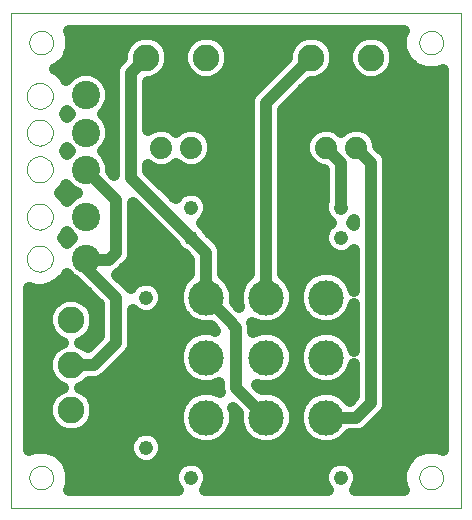
<source format=gtl>
G75*
G70*
%OFA0B0*%
%FSLAX24Y24*%
%IPPOS*%
%LPD*%
%AMOC8*
5,1,8,0,0,1.08239X$1,22.5*
%
%ADD10C,0.0000*%
%ADD11C,0.1181*%
%ADD12C,0.0886*%
%ADD13C,0.0945*%
%ADD14C,0.0740*%
%ADD15C,0.0476*%
%ADD16C,0.0400*%
D10*
X000302Y000302D02*
X000302Y016802D01*
X015302Y016802D01*
X015294Y000302D01*
X000302Y000302D01*
X000908Y001302D02*
X000910Y001341D01*
X000916Y001380D01*
X000926Y001418D01*
X000939Y001455D01*
X000956Y001490D01*
X000976Y001524D01*
X001000Y001555D01*
X001027Y001584D01*
X001056Y001610D01*
X001088Y001633D01*
X001122Y001653D01*
X001158Y001669D01*
X001195Y001681D01*
X001234Y001690D01*
X001273Y001695D01*
X001312Y001696D01*
X001351Y001693D01*
X001390Y001686D01*
X001427Y001675D01*
X001464Y001661D01*
X001499Y001643D01*
X001532Y001622D01*
X001563Y001597D01*
X001591Y001570D01*
X001616Y001540D01*
X001638Y001507D01*
X001657Y001473D01*
X001672Y001437D01*
X001684Y001399D01*
X001692Y001361D01*
X001696Y001322D01*
X001696Y001282D01*
X001692Y001243D01*
X001684Y001205D01*
X001672Y001167D01*
X001657Y001131D01*
X001638Y001097D01*
X001616Y001064D01*
X001591Y001034D01*
X001563Y001007D01*
X001532Y000982D01*
X001499Y000961D01*
X001464Y000943D01*
X001427Y000929D01*
X001390Y000918D01*
X001351Y000911D01*
X001312Y000908D01*
X001273Y000909D01*
X001234Y000914D01*
X001195Y000923D01*
X001158Y000935D01*
X001122Y000951D01*
X001088Y000971D01*
X001056Y000994D01*
X001027Y001020D01*
X001000Y001049D01*
X000976Y001080D01*
X000956Y001114D01*
X000939Y001149D01*
X000926Y001186D01*
X000916Y001224D01*
X000910Y001263D01*
X000908Y001302D01*
X000819Y008602D02*
X000821Y008643D01*
X000827Y008684D01*
X000837Y008724D01*
X000850Y008763D01*
X000867Y008800D01*
X000888Y008836D01*
X000912Y008870D01*
X000939Y008901D01*
X000968Y008929D01*
X001001Y008955D01*
X001035Y008977D01*
X001072Y008996D01*
X001110Y009011D01*
X001150Y009023D01*
X001190Y009031D01*
X001231Y009035D01*
X001273Y009035D01*
X001314Y009031D01*
X001354Y009023D01*
X001394Y009011D01*
X001432Y008996D01*
X001468Y008977D01*
X001503Y008955D01*
X001536Y008929D01*
X001565Y008901D01*
X001592Y008870D01*
X001616Y008836D01*
X001637Y008800D01*
X001654Y008763D01*
X001667Y008724D01*
X001677Y008684D01*
X001683Y008643D01*
X001685Y008602D01*
X001683Y008561D01*
X001677Y008520D01*
X001667Y008480D01*
X001654Y008441D01*
X001637Y008404D01*
X001616Y008368D01*
X001592Y008334D01*
X001565Y008303D01*
X001536Y008275D01*
X001503Y008249D01*
X001469Y008227D01*
X001432Y008208D01*
X001394Y008193D01*
X001354Y008181D01*
X001314Y008173D01*
X001273Y008169D01*
X001231Y008169D01*
X001190Y008173D01*
X001150Y008181D01*
X001110Y008193D01*
X001072Y008208D01*
X001036Y008227D01*
X001001Y008249D01*
X000968Y008275D01*
X000939Y008303D01*
X000912Y008334D01*
X000888Y008368D01*
X000867Y008404D01*
X000850Y008441D01*
X000837Y008480D01*
X000827Y008520D01*
X000821Y008561D01*
X000819Y008602D01*
X000819Y010002D02*
X000821Y010043D01*
X000827Y010084D01*
X000837Y010124D01*
X000850Y010163D01*
X000867Y010200D01*
X000888Y010236D01*
X000912Y010270D01*
X000939Y010301D01*
X000968Y010329D01*
X001001Y010355D01*
X001035Y010377D01*
X001072Y010396D01*
X001110Y010411D01*
X001150Y010423D01*
X001190Y010431D01*
X001231Y010435D01*
X001273Y010435D01*
X001314Y010431D01*
X001354Y010423D01*
X001394Y010411D01*
X001432Y010396D01*
X001468Y010377D01*
X001503Y010355D01*
X001536Y010329D01*
X001565Y010301D01*
X001592Y010270D01*
X001616Y010236D01*
X001637Y010200D01*
X001654Y010163D01*
X001667Y010124D01*
X001677Y010084D01*
X001683Y010043D01*
X001685Y010002D01*
X001683Y009961D01*
X001677Y009920D01*
X001667Y009880D01*
X001654Y009841D01*
X001637Y009804D01*
X001616Y009768D01*
X001592Y009734D01*
X001565Y009703D01*
X001536Y009675D01*
X001503Y009649D01*
X001469Y009627D01*
X001432Y009608D01*
X001394Y009593D01*
X001354Y009581D01*
X001314Y009573D01*
X001273Y009569D01*
X001231Y009569D01*
X001190Y009573D01*
X001150Y009581D01*
X001110Y009593D01*
X001072Y009608D01*
X001036Y009627D01*
X001001Y009649D01*
X000968Y009675D01*
X000939Y009703D01*
X000912Y009734D01*
X000888Y009768D01*
X000867Y009804D01*
X000850Y009841D01*
X000837Y009880D01*
X000827Y009920D01*
X000821Y009961D01*
X000819Y010002D01*
X000819Y011577D02*
X000821Y011618D01*
X000827Y011659D01*
X000837Y011699D01*
X000850Y011738D01*
X000867Y011775D01*
X000888Y011811D01*
X000912Y011845D01*
X000939Y011876D01*
X000968Y011904D01*
X001001Y011930D01*
X001035Y011952D01*
X001072Y011971D01*
X001110Y011986D01*
X001150Y011998D01*
X001190Y012006D01*
X001231Y012010D01*
X001273Y012010D01*
X001314Y012006D01*
X001354Y011998D01*
X001394Y011986D01*
X001432Y011971D01*
X001468Y011952D01*
X001503Y011930D01*
X001536Y011904D01*
X001565Y011876D01*
X001592Y011845D01*
X001616Y011811D01*
X001637Y011775D01*
X001654Y011738D01*
X001667Y011699D01*
X001677Y011659D01*
X001683Y011618D01*
X001685Y011577D01*
X001683Y011536D01*
X001677Y011495D01*
X001667Y011455D01*
X001654Y011416D01*
X001637Y011379D01*
X001616Y011343D01*
X001592Y011309D01*
X001565Y011278D01*
X001536Y011250D01*
X001503Y011224D01*
X001469Y011202D01*
X001432Y011183D01*
X001394Y011168D01*
X001354Y011156D01*
X001314Y011148D01*
X001273Y011144D01*
X001231Y011144D01*
X001190Y011148D01*
X001150Y011156D01*
X001110Y011168D01*
X001072Y011183D01*
X001036Y011202D01*
X001001Y011224D01*
X000968Y011250D01*
X000939Y011278D01*
X000912Y011309D01*
X000888Y011343D01*
X000867Y011379D01*
X000850Y011416D01*
X000837Y011455D01*
X000827Y011495D01*
X000821Y011536D01*
X000819Y011577D01*
X000819Y012802D02*
X000821Y012843D01*
X000827Y012884D01*
X000837Y012924D01*
X000850Y012963D01*
X000867Y013000D01*
X000888Y013036D01*
X000912Y013070D01*
X000939Y013101D01*
X000968Y013129D01*
X001001Y013155D01*
X001035Y013177D01*
X001072Y013196D01*
X001110Y013211D01*
X001150Y013223D01*
X001190Y013231D01*
X001231Y013235D01*
X001273Y013235D01*
X001314Y013231D01*
X001354Y013223D01*
X001394Y013211D01*
X001432Y013196D01*
X001468Y013177D01*
X001503Y013155D01*
X001536Y013129D01*
X001565Y013101D01*
X001592Y013070D01*
X001616Y013036D01*
X001637Y013000D01*
X001654Y012963D01*
X001667Y012924D01*
X001677Y012884D01*
X001683Y012843D01*
X001685Y012802D01*
X001683Y012761D01*
X001677Y012720D01*
X001667Y012680D01*
X001654Y012641D01*
X001637Y012604D01*
X001616Y012568D01*
X001592Y012534D01*
X001565Y012503D01*
X001536Y012475D01*
X001503Y012449D01*
X001469Y012427D01*
X001432Y012408D01*
X001394Y012393D01*
X001354Y012381D01*
X001314Y012373D01*
X001273Y012369D01*
X001231Y012369D01*
X001190Y012373D01*
X001150Y012381D01*
X001110Y012393D01*
X001072Y012408D01*
X001036Y012427D01*
X001001Y012449D01*
X000968Y012475D01*
X000939Y012503D01*
X000912Y012534D01*
X000888Y012568D01*
X000867Y012604D01*
X000850Y012641D01*
X000837Y012680D01*
X000827Y012720D01*
X000821Y012761D01*
X000819Y012802D01*
X000819Y014027D02*
X000821Y014068D01*
X000827Y014109D01*
X000837Y014149D01*
X000850Y014188D01*
X000867Y014225D01*
X000888Y014261D01*
X000912Y014295D01*
X000939Y014326D01*
X000968Y014354D01*
X001001Y014380D01*
X001035Y014402D01*
X001072Y014421D01*
X001110Y014436D01*
X001150Y014448D01*
X001190Y014456D01*
X001231Y014460D01*
X001273Y014460D01*
X001314Y014456D01*
X001354Y014448D01*
X001394Y014436D01*
X001432Y014421D01*
X001468Y014402D01*
X001503Y014380D01*
X001536Y014354D01*
X001565Y014326D01*
X001592Y014295D01*
X001616Y014261D01*
X001637Y014225D01*
X001654Y014188D01*
X001667Y014149D01*
X001677Y014109D01*
X001683Y014068D01*
X001685Y014027D01*
X001683Y013986D01*
X001677Y013945D01*
X001667Y013905D01*
X001654Y013866D01*
X001637Y013829D01*
X001616Y013793D01*
X001592Y013759D01*
X001565Y013728D01*
X001536Y013700D01*
X001503Y013674D01*
X001469Y013652D01*
X001432Y013633D01*
X001394Y013618D01*
X001354Y013606D01*
X001314Y013598D01*
X001273Y013594D01*
X001231Y013594D01*
X001190Y013598D01*
X001150Y013606D01*
X001110Y013618D01*
X001072Y013633D01*
X001036Y013652D01*
X001001Y013674D01*
X000968Y013700D01*
X000939Y013728D01*
X000912Y013759D01*
X000888Y013793D01*
X000867Y013829D01*
X000850Y013866D01*
X000837Y013905D01*
X000827Y013945D01*
X000821Y013986D01*
X000819Y014027D01*
X000908Y015802D02*
X000910Y015841D01*
X000916Y015880D01*
X000926Y015918D01*
X000939Y015955D01*
X000956Y015990D01*
X000976Y016024D01*
X001000Y016055D01*
X001027Y016084D01*
X001056Y016110D01*
X001088Y016133D01*
X001122Y016153D01*
X001158Y016169D01*
X001195Y016181D01*
X001234Y016190D01*
X001273Y016195D01*
X001312Y016196D01*
X001351Y016193D01*
X001390Y016186D01*
X001427Y016175D01*
X001464Y016161D01*
X001499Y016143D01*
X001532Y016122D01*
X001563Y016097D01*
X001591Y016070D01*
X001616Y016040D01*
X001638Y016007D01*
X001657Y015973D01*
X001672Y015937D01*
X001684Y015899D01*
X001692Y015861D01*
X001696Y015822D01*
X001696Y015782D01*
X001692Y015743D01*
X001684Y015705D01*
X001672Y015667D01*
X001657Y015631D01*
X001638Y015597D01*
X001616Y015564D01*
X001591Y015534D01*
X001563Y015507D01*
X001532Y015482D01*
X001499Y015461D01*
X001464Y015443D01*
X001427Y015429D01*
X001390Y015418D01*
X001351Y015411D01*
X001312Y015408D01*
X001273Y015409D01*
X001234Y015414D01*
X001195Y015423D01*
X001158Y015435D01*
X001122Y015451D01*
X001088Y015471D01*
X001056Y015494D01*
X001027Y015520D01*
X001000Y015549D01*
X000976Y015580D01*
X000956Y015614D01*
X000939Y015649D01*
X000926Y015686D01*
X000916Y015724D01*
X000910Y015763D01*
X000908Y015802D01*
X013908Y015802D02*
X013910Y015841D01*
X013916Y015880D01*
X013926Y015918D01*
X013939Y015955D01*
X013956Y015990D01*
X013976Y016024D01*
X014000Y016055D01*
X014027Y016084D01*
X014056Y016110D01*
X014088Y016133D01*
X014122Y016153D01*
X014158Y016169D01*
X014195Y016181D01*
X014234Y016190D01*
X014273Y016195D01*
X014312Y016196D01*
X014351Y016193D01*
X014390Y016186D01*
X014427Y016175D01*
X014464Y016161D01*
X014499Y016143D01*
X014532Y016122D01*
X014563Y016097D01*
X014591Y016070D01*
X014616Y016040D01*
X014638Y016007D01*
X014657Y015973D01*
X014672Y015937D01*
X014684Y015899D01*
X014692Y015861D01*
X014696Y015822D01*
X014696Y015782D01*
X014692Y015743D01*
X014684Y015705D01*
X014672Y015667D01*
X014657Y015631D01*
X014638Y015597D01*
X014616Y015564D01*
X014591Y015534D01*
X014563Y015507D01*
X014532Y015482D01*
X014499Y015461D01*
X014464Y015443D01*
X014427Y015429D01*
X014390Y015418D01*
X014351Y015411D01*
X014312Y015408D01*
X014273Y015409D01*
X014234Y015414D01*
X014195Y015423D01*
X014158Y015435D01*
X014122Y015451D01*
X014088Y015471D01*
X014056Y015494D01*
X014027Y015520D01*
X014000Y015549D01*
X013976Y015580D01*
X013956Y015614D01*
X013939Y015649D01*
X013926Y015686D01*
X013916Y015724D01*
X013910Y015763D01*
X013908Y015802D01*
X013908Y001302D02*
X013910Y001341D01*
X013916Y001380D01*
X013926Y001418D01*
X013939Y001455D01*
X013956Y001490D01*
X013976Y001524D01*
X014000Y001555D01*
X014027Y001584D01*
X014056Y001610D01*
X014088Y001633D01*
X014122Y001653D01*
X014158Y001669D01*
X014195Y001681D01*
X014234Y001690D01*
X014273Y001695D01*
X014312Y001696D01*
X014351Y001693D01*
X014390Y001686D01*
X014427Y001675D01*
X014464Y001661D01*
X014499Y001643D01*
X014532Y001622D01*
X014563Y001597D01*
X014591Y001570D01*
X014616Y001540D01*
X014638Y001507D01*
X014657Y001473D01*
X014672Y001437D01*
X014684Y001399D01*
X014692Y001361D01*
X014696Y001322D01*
X014696Y001282D01*
X014692Y001243D01*
X014684Y001205D01*
X014672Y001167D01*
X014657Y001131D01*
X014638Y001097D01*
X014616Y001064D01*
X014591Y001034D01*
X014563Y001007D01*
X014532Y000982D01*
X014499Y000961D01*
X014464Y000943D01*
X014427Y000929D01*
X014390Y000918D01*
X014351Y000911D01*
X014312Y000908D01*
X014273Y000909D01*
X014234Y000914D01*
X014195Y000923D01*
X014158Y000935D01*
X014122Y000951D01*
X014088Y000971D01*
X014056Y000994D01*
X014027Y001020D01*
X014000Y001049D01*
X013976Y001080D01*
X013956Y001114D01*
X013939Y001149D01*
X013926Y001186D01*
X013916Y001224D01*
X013910Y001263D01*
X013908Y001302D01*
D11*
X010802Y003302D03*
X010802Y005302D03*
X010802Y007302D03*
X008802Y007302D03*
X008802Y005302D03*
X008802Y003302D03*
X006802Y003302D03*
X006802Y005302D03*
X006802Y007302D03*
D12*
X002302Y006552D03*
X002302Y005052D03*
X002302Y003552D03*
X004802Y015302D03*
X006802Y015302D03*
X010302Y015302D03*
X012302Y015302D03*
D13*
X002802Y014052D03*
X002802Y012802D03*
X002802Y011552D03*
X002802Y010002D03*
X002802Y008602D03*
D14*
X005302Y012302D03*
X006302Y012302D03*
X010802Y012302D03*
X011802Y012302D03*
D15*
X011302Y010302D03*
X011302Y009302D03*
X006302Y009302D03*
X006302Y010302D03*
X004802Y007302D03*
X004802Y002302D03*
X006302Y001302D03*
X011302Y001302D03*
D16*
X010857Y000902D02*
X006748Y000902D01*
X006809Y000964D01*
X006900Y001183D01*
X006900Y001421D01*
X006809Y001641D01*
X006641Y001809D01*
X006421Y001900D01*
X006183Y001900D01*
X005964Y001809D01*
X005796Y001641D01*
X005705Y001421D01*
X005705Y001183D01*
X005796Y000964D01*
X005857Y000902D01*
X002212Y000902D01*
X002296Y001105D01*
X002296Y001500D01*
X002145Y001865D01*
X001865Y002145D01*
X001500Y002296D01*
X001105Y002296D01*
X000902Y002212D01*
X000902Y007627D01*
X001116Y007569D01*
X001388Y007569D01*
X001651Y007640D01*
X001887Y007776D01*
X002079Y007968D01*
X002145Y008082D01*
X002331Y007897D01*
X002476Y007836D01*
X003242Y007070D01*
X003242Y006034D01*
X003235Y006027D01*
X002849Y005641D01*
X002757Y005733D01*
X002590Y005802D01*
X002757Y005872D01*
X002983Y006098D01*
X003105Y006393D01*
X003105Y006712D01*
X002983Y007007D01*
X002757Y007233D01*
X002462Y007355D01*
X002143Y007355D01*
X001848Y007233D01*
X001622Y007007D01*
X001499Y006712D01*
X001499Y006393D01*
X001622Y006098D01*
X001848Y005872D01*
X002015Y005802D01*
X001848Y005733D01*
X001622Y005507D01*
X001499Y005212D01*
X001499Y004893D01*
X001622Y004598D01*
X001848Y004372D01*
X002015Y004302D01*
X001848Y004233D01*
X001622Y004007D01*
X001499Y003712D01*
X001499Y003393D01*
X001622Y003098D01*
X001848Y002872D01*
X002143Y002749D01*
X002462Y002749D01*
X002757Y002872D01*
X002983Y003098D01*
X003105Y003393D01*
X003105Y003712D01*
X002983Y004007D01*
X002757Y004233D01*
X002590Y004302D01*
X002757Y004372D01*
X002878Y004492D01*
X003164Y004492D01*
X003370Y004578D01*
X003527Y004735D01*
X004027Y005235D01*
X004277Y005485D01*
X004362Y005691D01*
X004362Y005914D01*
X004362Y006897D01*
X004464Y006796D01*
X004683Y006705D01*
X004464Y006796D01*
X004362Y006897D01*
X004362Y005914D01*
X004362Y005691D01*
X004277Y005485D01*
X004027Y005235D01*
X003527Y004735D01*
X003370Y004578D01*
X003164Y004492D01*
X002878Y004492D01*
X002757Y004372D01*
X002590Y004302D01*
X002757Y004233D01*
X002983Y004007D01*
X003105Y003712D01*
X003105Y003393D01*
X002983Y003098D01*
X002757Y002872D01*
X002462Y002749D01*
X002143Y002749D01*
X001848Y002872D01*
X001622Y003098D01*
X001499Y003393D01*
X001499Y003712D01*
X001622Y004007D01*
X001848Y004233D01*
X002015Y004302D01*
X001848Y004372D01*
X001622Y004598D01*
X001499Y004893D01*
X001499Y005212D01*
X001622Y005507D01*
X001848Y005733D01*
X002015Y005802D01*
X001848Y005872D01*
X001622Y006098D01*
X001499Y006393D01*
X001499Y006712D01*
X001622Y007007D01*
X001848Y007233D01*
X002143Y007355D01*
X002462Y007355D01*
X002757Y007233D01*
X002983Y007007D01*
X003105Y006712D01*
X003105Y006393D01*
X002983Y006098D01*
X002757Y005872D01*
X002590Y005802D01*
X002757Y005733D01*
X002849Y005641D01*
X003235Y006027D01*
X003242Y006034D01*
X003242Y007070D01*
X002476Y007836D01*
X002331Y007897D01*
X002145Y008082D01*
X002079Y007968D01*
X001887Y007776D01*
X001651Y007640D01*
X001388Y007569D01*
X001116Y007569D01*
X000902Y007627D01*
X000902Y002212D01*
X001105Y002296D01*
X001500Y002296D01*
X001865Y002145D01*
X002145Y001865D01*
X002296Y001500D01*
X002296Y001105D01*
X002212Y000902D01*
X005857Y000902D01*
X005796Y000964D01*
X005705Y001183D01*
X005705Y001421D01*
X005796Y001641D01*
X005964Y001809D01*
X006183Y001900D01*
X006421Y001900D01*
X006641Y001809D01*
X006809Y001641D01*
X006900Y001421D01*
X006900Y001183D01*
X006809Y000964D01*
X006748Y000902D01*
X010857Y000902D01*
X010796Y000964D01*
X010705Y001183D01*
X010705Y001421D01*
X010796Y001641D01*
X010964Y001809D01*
X011183Y001900D01*
X011421Y001900D01*
X011641Y001809D01*
X011809Y001641D01*
X011900Y001421D01*
X011900Y001183D01*
X011809Y000964D01*
X011748Y000902D01*
X013393Y000902D01*
X013309Y001105D01*
X013309Y001500D01*
X013460Y001865D01*
X013739Y002145D01*
X014105Y002296D01*
X014500Y002296D01*
X014695Y002215D01*
X014701Y014892D01*
X014500Y014809D01*
X014105Y014809D01*
X013739Y014960D01*
X013460Y015239D01*
X013309Y015605D01*
X013309Y016000D01*
X013393Y016202D01*
X002212Y016202D01*
X002296Y016000D01*
X002296Y015605D01*
X002145Y015239D01*
X001865Y014960D01*
X001771Y014921D01*
X001887Y014854D01*
X002079Y014662D01*
X002136Y014563D01*
X002331Y014758D01*
X002637Y014885D01*
X002968Y014885D01*
X003274Y014758D01*
X003508Y014524D01*
X003635Y014218D01*
X003635Y013887D01*
X003508Y013581D01*
X003355Y013427D01*
X003508Y013274D01*
X003635Y012968D01*
X003635Y012637D01*
X003508Y012331D01*
X003355Y012177D01*
X003508Y012024D01*
X003635Y011718D01*
X003635Y011512D01*
X003742Y011404D01*
X003742Y014691D01*
X003742Y014914D01*
X003828Y015120D01*
X003999Y015291D01*
X003999Y015462D01*
X004122Y015757D01*
X004348Y015983D01*
X004643Y016105D01*
X004962Y016105D01*
X005257Y015983D01*
X005483Y015757D01*
X005605Y015462D01*
X005605Y015143D01*
X005483Y014848D01*
X005257Y014622D01*
X004962Y014499D01*
X004862Y014499D01*
X004862Y012895D01*
X004889Y012921D01*
X005157Y013032D01*
X005448Y013032D01*
X005716Y012921D01*
X005802Y012835D01*
X005889Y012921D01*
X006157Y013032D01*
X006448Y013032D01*
X006716Y012921D01*
X006921Y012716D01*
X007032Y012448D01*
X007032Y012157D01*
X006921Y011889D01*
X006716Y011684D01*
X006448Y011572D01*
X006157Y011572D01*
X005889Y011684D01*
X005802Y011770D01*
X005716Y011684D01*
X005448Y011572D01*
X005157Y011572D01*
X004889Y011684D01*
X004862Y011710D01*
X004862Y011534D01*
X005784Y010613D01*
X005796Y010641D01*
X005964Y010809D01*
X006183Y010900D01*
X006421Y010900D01*
X006641Y010809D01*
X006809Y010641D01*
X006900Y010421D01*
X006900Y010183D01*
X006809Y009964D01*
X006648Y009802D01*
X006809Y009641D01*
X006847Y009550D01*
X007277Y009120D01*
X007362Y008914D01*
X007362Y008691D01*
X007362Y008087D01*
X007608Y007841D01*
X007753Y007491D01*
X007753Y007144D01*
X007900Y006996D01*
X007852Y007113D01*
X007852Y007491D01*
X007997Y007841D01*
X008242Y008087D01*
X008242Y013914D01*
X008328Y014120D01*
X008485Y014277D01*
X008485Y014277D01*
X008328Y014120D01*
X008242Y013914D01*
X008242Y008087D01*
X007997Y007841D01*
X007852Y007491D01*
X007852Y007113D01*
X007900Y006996D01*
X007753Y007144D01*
X007753Y007491D01*
X007608Y007841D01*
X007362Y008087D01*
X007362Y008691D01*
X007362Y008914D01*
X007277Y009120D01*
X006847Y009550D01*
X006809Y009641D01*
X006648Y009802D01*
X006809Y009964D01*
X006900Y010183D01*
X006900Y010421D01*
X006809Y010641D01*
X006641Y010809D01*
X006421Y010900D01*
X006183Y010900D01*
X005964Y010809D01*
X005796Y010641D01*
X005784Y010613D01*
X004862Y011534D01*
X004862Y011710D01*
X004889Y011684D01*
X005157Y011572D01*
X005448Y011572D01*
X005716Y011684D01*
X005802Y011770D01*
X005889Y011684D01*
X006157Y011572D01*
X006448Y011572D01*
X006716Y011684D01*
X006921Y011889D01*
X007032Y012157D01*
X007032Y012448D01*
X006921Y012716D01*
X006716Y012921D01*
X006448Y013032D01*
X006157Y013032D01*
X005889Y012921D01*
X005802Y012835D01*
X005716Y012921D01*
X005448Y013032D01*
X005157Y013032D01*
X004889Y012921D01*
X004862Y012895D01*
X004862Y014499D01*
X004962Y014499D01*
X005257Y014622D01*
X005483Y014848D01*
X005605Y015143D01*
X005605Y015462D01*
X005483Y015757D01*
X005257Y015983D01*
X004962Y016105D01*
X004643Y016105D01*
X004348Y015983D01*
X004122Y015757D01*
X003999Y015462D01*
X003999Y015291D01*
X003828Y015120D01*
X003742Y014914D01*
X003742Y014691D01*
X003742Y011404D01*
X003635Y011512D01*
X003635Y011718D01*
X003508Y012024D01*
X003355Y012177D01*
X003508Y012331D01*
X003635Y012637D01*
X003635Y012968D01*
X003508Y013274D01*
X003355Y013427D01*
X003508Y013581D01*
X003635Y013887D01*
X003635Y014218D01*
X003508Y014524D01*
X003274Y014758D01*
X002968Y014885D01*
X002637Y014885D01*
X002331Y014758D01*
X002136Y014563D01*
X002079Y014662D01*
X001887Y014854D01*
X001771Y014921D01*
X001865Y014960D01*
X002145Y015239D01*
X002296Y015605D01*
X002296Y016000D01*
X002212Y016202D01*
X013393Y016202D01*
X013309Y016000D01*
X013309Y015605D01*
X013460Y015239D01*
X013739Y014960D01*
X014105Y014809D01*
X014500Y014809D01*
X014701Y014892D01*
X014695Y002215D01*
X014500Y002296D01*
X014105Y002296D01*
X013739Y002145D01*
X013460Y001865D01*
X013309Y001500D01*
X013309Y001105D01*
X013393Y000902D01*
X011748Y000902D01*
X011809Y000964D01*
X011900Y001183D01*
X011900Y001421D01*
X011809Y001641D01*
X011641Y001809D01*
X011421Y001900D01*
X011183Y001900D01*
X010964Y001809D01*
X010796Y001641D01*
X010705Y001421D01*
X010705Y001183D01*
X010796Y000964D01*
X010857Y000902D01*
X010739Y001099D02*
X006865Y001099D01*
X010739Y001099D01*
X010736Y001498D02*
X006868Y001498D01*
X010736Y001498D01*
X011175Y001897D02*
X006430Y001897D01*
X011175Y001897D01*
X011430Y001897D02*
X013491Y001897D01*
X011430Y001897D01*
X011868Y001498D02*
X013309Y001498D01*
X011868Y001498D01*
X011865Y001099D02*
X013311Y001099D01*
X011865Y001099D01*
X011341Y002497D02*
X010991Y002352D01*
X010613Y002352D01*
X010264Y002497D01*
X009997Y002764D01*
X009852Y003113D01*
X009852Y003491D01*
X009753Y003491D01*
X009852Y003491D01*
X009997Y003841D01*
X010264Y004108D01*
X010613Y004253D01*
X010991Y004253D01*
X011341Y004108D01*
X011579Y003870D01*
X011742Y004034D01*
X011742Y005088D01*
X011608Y004764D01*
X011341Y004497D01*
X010991Y004352D01*
X010613Y004352D01*
X010264Y004497D01*
X009997Y004764D01*
X009852Y005113D01*
X009852Y005491D01*
X009997Y005841D01*
X010264Y006108D01*
X010613Y006253D01*
X010991Y006253D01*
X011341Y006108D01*
X011608Y005841D01*
X011742Y005517D01*
X011742Y007088D01*
X011608Y006764D01*
X011341Y006497D01*
X010991Y006352D01*
X010613Y006352D01*
X010264Y006497D01*
X009997Y006764D01*
X009852Y007113D01*
X009852Y007491D01*
X009997Y007841D01*
X010264Y008108D01*
X010613Y008253D01*
X010991Y008253D01*
X011341Y008108D01*
X011608Y007841D01*
X011742Y007517D01*
X011742Y008897D01*
X011641Y008796D01*
X011421Y008705D01*
X011183Y008705D01*
X010964Y008796D01*
X010796Y008964D01*
X010705Y009183D01*
X010705Y009421D01*
X010796Y009641D01*
X010957Y009802D01*
X010796Y009964D01*
X010705Y010183D01*
X010705Y010421D01*
X010742Y010512D01*
X010742Y011570D01*
X010740Y011572D01*
X010657Y011572D01*
X010389Y011684D01*
X010184Y011889D01*
X010072Y012157D01*
X010072Y012448D01*
X010184Y012716D01*
X010389Y012921D01*
X010657Y013032D01*
X010948Y013032D01*
X011216Y012921D01*
X011302Y012835D01*
X011389Y012921D01*
X011657Y013032D01*
X011948Y013032D01*
X012216Y012921D01*
X012421Y012716D01*
X012532Y012448D01*
X012532Y012364D01*
X012777Y012120D01*
X012862Y011914D01*
X012862Y011691D01*
X012862Y003691D01*
X012777Y003485D01*
X012620Y003328D01*
X012120Y002828D01*
X011914Y002742D01*
X011691Y002742D01*
X011587Y002742D01*
X011341Y002497D01*
X011587Y002742D01*
X011691Y002742D01*
X011914Y002742D01*
X012120Y002828D01*
X012620Y003328D01*
X012777Y003485D01*
X012862Y003691D01*
X012862Y011691D01*
X012862Y011914D01*
X012777Y012120D01*
X012532Y012364D01*
X012532Y012448D01*
X012421Y012716D01*
X012216Y012921D01*
X011948Y013032D01*
X011657Y013032D01*
X011389Y012921D01*
X011302Y012835D01*
X011216Y012921D01*
X010948Y013032D01*
X010657Y013032D01*
X010389Y012921D01*
X010184Y012716D01*
X010072Y012448D01*
X010072Y012157D01*
X010184Y011889D01*
X010389Y011684D01*
X010657Y011572D01*
X010740Y011572D01*
X010742Y011570D01*
X010742Y010512D01*
X010705Y010421D01*
X010705Y010183D01*
X010796Y009964D01*
X010957Y009802D01*
X010796Y009641D01*
X010705Y009421D01*
X010705Y009183D01*
X010796Y008964D01*
X010964Y008796D01*
X011183Y008705D01*
X011421Y008705D01*
X011641Y008796D01*
X011742Y008897D01*
X011742Y007517D01*
X011608Y007841D01*
X011341Y008108D01*
X010991Y008253D01*
X010613Y008253D01*
X010264Y008108D01*
X009997Y007841D01*
X009852Y007491D01*
X009852Y007113D01*
X009997Y006764D01*
X010264Y006497D01*
X010613Y006352D01*
X010991Y006352D01*
X011341Y006497D01*
X011608Y006764D01*
X011742Y007088D01*
X011742Y005517D01*
X011608Y005841D01*
X011341Y006108D01*
X010991Y006253D01*
X010613Y006253D01*
X010264Y006108D01*
X009997Y005841D01*
X009852Y005491D01*
X009852Y005113D01*
X009997Y004764D01*
X010264Y004497D01*
X010613Y004352D01*
X010991Y004352D01*
X011341Y004497D01*
X011608Y004764D01*
X011742Y005088D01*
X011742Y004034D01*
X011579Y003870D01*
X011341Y004108D01*
X010991Y004253D01*
X010613Y004253D01*
X010264Y004108D01*
X009997Y003841D01*
X009852Y003491D01*
X009852Y003113D01*
X009997Y002764D01*
X010264Y002497D01*
X010613Y002352D01*
X010991Y002352D01*
X011341Y002497D01*
X011538Y002694D02*
X014696Y002694D01*
X011538Y002694D01*
X011802Y003302D02*
X010802Y003302D01*
X010067Y002694D02*
X009538Y002694D01*
X010067Y002694D01*
X009861Y003092D02*
X009744Y003092D01*
X009861Y003092D01*
X009753Y003113D02*
X009753Y003491D01*
X009608Y003841D01*
X009341Y004108D01*
X008991Y004253D01*
X008644Y004253D01*
X008496Y004400D01*
X008613Y004352D01*
X008991Y004352D01*
X009341Y004497D01*
X009608Y004764D01*
X009753Y005113D01*
X009753Y005491D01*
X009608Y005841D01*
X009341Y006108D01*
X008991Y006253D01*
X008613Y006253D01*
X008362Y006149D01*
X008362Y006191D01*
X008362Y006414D01*
X008341Y006464D01*
X008613Y006352D01*
X008991Y006352D01*
X009341Y006497D01*
X009608Y006764D01*
X009753Y007113D01*
X009753Y007491D01*
X009608Y007841D01*
X009362Y008087D01*
X009362Y013570D01*
X010291Y014499D01*
X010462Y014499D01*
X010757Y014622D01*
X010983Y014848D01*
X011105Y015143D01*
X011105Y015462D01*
X010983Y015757D01*
X010757Y015983D01*
X010462Y016105D01*
X010143Y016105D01*
X009848Y015983D01*
X009622Y015757D01*
X009499Y015462D01*
X009499Y015291D01*
X008485Y014277D01*
X008485Y014277D01*
X009499Y015291D01*
X009499Y015462D01*
X009622Y015757D01*
X009848Y015983D01*
X010143Y016105D01*
X010462Y016105D01*
X010757Y015983D01*
X010983Y015757D01*
X011105Y015462D01*
X011105Y015143D01*
X010983Y014848D01*
X010757Y014622D01*
X010462Y014499D01*
X010291Y014499D01*
X009362Y013570D01*
X009362Y008087D01*
X009608Y007841D01*
X009753Y007491D01*
X009753Y007113D01*
X009608Y006764D01*
X009341Y006497D01*
X008991Y006352D01*
X008613Y006352D01*
X008341Y006464D01*
X008362Y006414D01*
X008362Y006191D01*
X008362Y006149D01*
X008613Y006253D01*
X008991Y006253D01*
X009341Y006108D01*
X009608Y005841D01*
X009753Y005491D01*
X009753Y005113D01*
X009608Y004764D01*
X009341Y004497D01*
X008991Y004352D01*
X008613Y004352D01*
X008496Y004400D01*
X008644Y004253D01*
X008991Y004253D01*
X009341Y004108D01*
X009608Y003841D01*
X009753Y003491D01*
X009753Y003113D01*
X009608Y002764D01*
X009341Y002497D01*
X008991Y002352D01*
X008613Y002352D01*
X008264Y002497D01*
X007997Y002764D01*
X007852Y003113D01*
X007852Y003461D01*
X007704Y003608D01*
X007753Y003491D01*
X007822Y003491D01*
X007753Y003491D01*
X007753Y003113D01*
X007608Y002764D01*
X007341Y002497D01*
X006991Y002352D01*
X006613Y002352D01*
X006264Y002497D01*
X005997Y002764D01*
X005852Y003113D01*
X005852Y003491D01*
X003105Y003491D01*
X005852Y003491D01*
X005997Y003841D01*
X006264Y004108D01*
X006613Y004253D01*
X006991Y004253D01*
X007263Y004140D01*
X007242Y004191D01*
X007242Y004456D01*
X006991Y004352D01*
X006613Y004352D01*
X006264Y004497D01*
X005997Y004764D01*
X005852Y005113D01*
X005852Y005491D01*
X005997Y005841D01*
X006264Y006108D01*
X006613Y006253D01*
X006991Y006253D01*
X007108Y006204D01*
X006961Y006352D01*
X006613Y006352D01*
X006264Y006497D01*
X005997Y006764D01*
X005852Y007113D01*
X005852Y007491D01*
X005997Y007841D01*
X006242Y008087D01*
X006242Y008570D01*
X006055Y008758D01*
X005964Y008796D01*
X005796Y008964D01*
X005758Y009055D01*
X004362Y010450D01*
X004362Y008914D01*
X004362Y008691D01*
X004277Y008485D01*
X004027Y008235D01*
X003870Y008078D01*
X003834Y008063D01*
X004120Y007777D01*
X004277Y007620D01*
X004282Y007608D01*
X004296Y007641D01*
X004464Y007809D01*
X004683Y007900D01*
X004464Y007809D01*
X004296Y007641D01*
X004282Y007608D01*
X004277Y007620D01*
X004120Y007777D01*
X003834Y008063D01*
X003870Y008078D01*
X004027Y008235D01*
X004277Y008485D01*
X004362Y008691D01*
X004362Y008914D01*
X004362Y010450D01*
X005758Y009055D01*
X005796Y008964D01*
X005964Y008796D01*
X006055Y008758D01*
X006242Y008570D01*
X006242Y008087D01*
X005997Y007841D01*
X005852Y007491D01*
X005852Y007113D01*
X005997Y006764D01*
X006264Y006497D01*
X006613Y006352D01*
X006961Y006352D01*
X007108Y006204D01*
X006991Y006253D01*
X006613Y006253D01*
X006264Y006108D01*
X005997Y005841D01*
X005852Y005491D01*
X005852Y005113D01*
X005997Y004764D01*
X006264Y004497D01*
X006613Y004352D01*
X006991Y004352D01*
X007242Y004456D01*
X007242Y004191D01*
X007263Y004140D01*
X006991Y004253D01*
X006613Y004253D01*
X006264Y004108D01*
X005997Y003841D01*
X005852Y003491D01*
X005852Y003113D01*
X005997Y002764D01*
X006264Y002497D01*
X006613Y002352D01*
X006991Y002352D01*
X007341Y002497D01*
X007608Y002764D01*
X007753Y003113D01*
X007753Y003491D01*
X007704Y003608D01*
X007852Y003461D01*
X007852Y003113D01*
X007997Y002764D01*
X008264Y002497D01*
X008613Y002352D01*
X008991Y002352D01*
X009341Y002497D01*
X009608Y002764D01*
X009753Y003113D01*
X009560Y003889D02*
X010045Y003889D01*
X009560Y003889D01*
X009531Y004686D02*
X010074Y004686D01*
X009531Y004686D01*
X009741Y005085D02*
X009864Y005085D01*
X009741Y005085D01*
X009753Y005483D02*
X009852Y005483D01*
X009753Y005483D01*
X009567Y005882D02*
X010038Y005882D01*
X009567Y005882D01*
X009523Y006679D02*
X010081Y006679D01*
X009523Y006679D01*
X009738Y007078D02*
X009867Y007078D01*
X009738Y007078D01*
X009753Y007476D02*
X009852Y007476D01*
X009753Y007476D01*
X009574Y007875D02*
X010030Y007875D01*
X009574Y007875D01*
X009362Y008273D02*
X011742Y008273D01*
X009362Y008273D01*
X009362Y008672D02*
X011742Y008672D01*
X009362Y008672D01*
X009362Y009070D02*
X010751Y009070D01*
X009362Y009070D01*
X009362Y009469D02*
X010724Y009469D01*
X009362Y009469D01*
X009362Y009867D02*
X010892Y009867D01*
X009362Y009867D01*
X009362Y010266D02*
X010705Y010266D01*
X009362Y010266D01*
X009362Y010664D02*
X010742Y010664D01*
X009362Y010664D01*
X009362Y011063D02*
X010742Y011063D01*
X009362Y011063D01*
X009362Y011462D02*
X010742Y011462D01*
X009362Y011462D01*
X009362Y011860D02*
X010212Y011860D01*
X009362Y011860D01*
X009362Y012259D02*
X010072Y012259D01*
X009362Y012259D01*
X009362Y012657D02*
X010159Y012657D01*
X009362Y012657D01*
X009362Y013056D02*
X014701Y013056D01*
X009362Y013056D01*
X009362Y013454D02*
X014701Y013454D01*
X009362Y013454D01*
X009645Y013853D02*
X014701Y013853D01*
X009645Y013853D01*
X010043Y014251D02*
X014701Y014251D01*
X010043Y014251D01*
X010785Y014650D02*
X011819Y014650D01*
X010785Y014650D01*
X011066Y015048D02*
X011538Y015048D01*
X011066Y015048D01*
X011105Y015447D02*
X011499Y015447D01*
X011105Y015447D01*
X011499Y015462D02*
X011499Y015143D01*
X011622Y014848D01*
X011848Y014622D01*
X012143Y014499D01*
X012462Y014499D01*
X012757Y014622D01*
X012983Y014848D01*
X013105Y015143D01*
X013105Y015462D01*
X012983Y015757D01*
X012757Y015983D01*
X012462Y016105D01*
X012143Y016105D01*
X011848Y015983D01*
X011622Y015757D01*
X011499Y015462D01*
X011499Y015143D01*
X011622Y014848D01*
X011848Y014622D01*
X012143Y014499D01*
X012462Y014499D01*
X012757Y014622D01*
X012983Y014848D01*
X013105Y015143D01*
X013105Y015462D01*
X012983Y015757D01*
X012757Y015983D01*
X012462Y016105D01*
X012143Y016105D01*
X011848Y015983D01*
X011622Y015757D01*
X011499Y015462D01*
X011710Y015846D02*
X010895Y015846D01*
X011710Y015846D01*
X012895Y015846D02*
X013309Y015846D01*
X012895Y015846D01*
X013105Y015447D02*
X013374Y015447D01*
X013105Y015447D01*
X013066Y015048D02*
X013651Y015048D01*
X013066Y015048D01*
X012785Y014650D02*
X014701Y014650D01*
X012785Y014650D01*
X012446Y012657D02*
X014700Y012657D01*
X012446Y012657D01*
X012638Y012259D02*
X014700Y012259D01*
X012638Y012259D01*
X012862Y011860D02*
X014700Y011860D01*
X012862Y011860D01*
X012862Y011462D02*
X014700Y011462D01*
X012862Y011462D01*
X012862Y011063D02*
X014700Y011063D01*
X012862Y011063D01*
X012862Y010664D02*
X014699Y010664D01*
X012862Y010664D01*
X012862Y010266D02*
X014699Y010266D01*
X012862Y010266D01*
X012862Y009867D02*
X014699Y009867D01*
X012862Y009867D01*
X012862Y009469D02*
X014699Y009469D01*
X012862Y009469D01*
X012862Y009070D02*
X014699Y009070D01*
X012862Y009070D01*
X012862Y008672D02*
X014699Y008672D01*
X012862Y008672D01*
X012862Y008273D02*
X014698Y008273D01*
X012862Y008273D01*
X012862Y007875D02*
X014698Y007875D01*
X012862Y007875D01*
X012862Y007476D02*
X014698Y007476D01*
X012862Y007476D01*
X012862Y007078D02*
X014698Y007078D01*
X012862Y007078D01*
X012862Y006679D02*
X014698Y006679D01*
X012862Y006679D01*
X012862Y006281D02*
X014697Y006281D01*
X012862Y006281D01*
X012862Y005882D02*
X014697Y005882D01*
X012862Y005882D01*
X012862Y005483D02*
X014697Y005483D01*
X012862Y005483D01*
X012862Y005085D02*
X014697Y005085D01*
X012862Y005085D01*
X012862Y004686D02*
X014697Y004686D01*
X012862Y004686D01*
X012862Y004288D02*
X014696Y004288D01*
X012862Y004288D01*
X012862Y003889D02*
X014696Y003889D01*
X012862Y003889D01*
X012779Y003491D02*
X014696Y003491D01*
X012779Y003491D01*
X012384Y003092D02*
X014696Y003092D01*
X012384Y003092D01*
X011802Y003302D02*
X012302Y003802D01*
X012302Y011802D01*
X011802Y012302D01*
X011302Y011802D02*
X010802Y012302D01*
X011302Y011802D02*
X011302Y010302D01*
X011713Y009867D02*
X011742Y009867D01*
X011713Y009867D01*
X011742Y009897D02*
X011742Y009708D01*
X011648Y009802D01*
X011742Y009897D01*
X011742Y009708D01*
X011648Y009802D01*
X011742Y009897D01*
X011742Y007875D02*
X011574Y007875D01*
X011742Y007875D01*
X011738Y007078D02*
X011742Y007078D01*
X011738Y007078D01*
X011742Y006679D02*
X011523Y006679D01*
X011742Y006679D01*
X011742Y006281D02*
X008362Y006281D01*
X011742Y006281D01*
X011742Y005882D02*
X011567Y005882D01*
X011742Y005882D01*
X011741Y005085D02*
X011742Y005085D01*
X011741Y005085D01*
X011742Y004686D02*
X011531Y004686D01*
X011742Y004686D01*
X011742Y004288D02*
X008609Y004288D01*
X011742Y004288D01*
X011597Y003889D02*
X011560Y003889D01*
X011597Y003889D01*
X014102Y002295D02*
X005400Y002295D01*
X014102Y002295D01*
X014502Y002295D02*
X014695Y002295D01*
X014502Y002295D01*
X008802Y003302D02*
X007802Y004302D01*
X007802Y006302D01*
X007552Y006552D01*
X006802Y007302D01*
X006802Y008802D01*
X006302Y009302D01*
X004302Y011302D01*
X004302Y014802D01*
X004802Y015302D01*
X004210Y015846D02*
X002296Y015846D01*
X004210Y015846D01*
X003999Y015447D02*
X002231Y015447D01*
X003999Y015447D01*
X003798Y015048D02*
X001954Y015048D01*
X003798Y015048D01*
X003742Y014650D02*
X003382Y014650D01*
X003742Y014650D01*
X003742Y014251D02*
X003621Y014251D01*
X003742Y014251D01*
X003742Y013853D02*
X003621Y013853D01*
X003742Y013853D01*
X003742Y013454D02*
X003382Y013454D01*
X003742Y013454D01*
X003742Y013056D02*
X003598Y013056D01*
X003742Y013056D01*
X003742Y012657D02*
X003635Y012657D01*
X003742Y012657D01*
X003742Y012259D02*
X003436Y012259D01*
X003742Y012259D01*
X003742Y011860D02*
X003576Y011860D01*
X003742Y011860D01*
X003742Y011462D02*
X003685Y011462D01*
X003742Y011462D01*
X003802Y010552D02*
X003802Y008802D01*
X003552Y008552D01*
X002852Y008552D01*
X002802Y008602D01*
X002802Y008302D01*
X003802Y007302D01*
X003802Y005802D01*
X003552Y005552D01*
X003052Y005052D01*
X002302Y005052D01*
X001585Y004686D02*
X000902Y004686D01*
X001585Y004686D01*
X001499Y005085D02*
X000902Y005085D01*
X001499Y005085D01*
X001612Y005483D02*
X000902Y005483D01*
X001612Y005483D01*
X001837Y005882D02*
X000902Y005882D01*
X001837Y005882D01*
X001546Y006281D02*
X000902Y006281D01*
X001546Y006281D01*
X001499Y006679D02*
X000902Y006679D01*
X001499Y006679D01*
X001692Y007078D02*
X000902Y007078D01*
X001692Y007078D01*
X001986Y007875D02*
X002384Y007875D01*
X001986Y007875D01*
X002837Y007476D02*
X000902Y007476D01*
X002837Y007476D01*
X002913Y007078D02*
X003235Y007078D01*
X002913Y007078D01*
X003105Y006679D02*
X003242Y006679D01*
X003105Y006679D01*
X003059Y006281D02*
X003242Y006281D01*
X003059Y006281D01*
X003090Y005882D02*
X002767Y005882D01*
X003090Y005882D01*
X003877Y005085D02*
X005864Y005085D01*
X003877Y005085D01*
X003478Y004686D02*
X006074Y004686D01*
X003478Y004686D01*
X003032Y003889D02*
X006045Y003889D01*
X003032Y003889D01*
X002625Y004288D02*
X007242Y004288D01*
X002625Y004288D01*
X001980Y004288D02*
X000902Y004288D01*
X001980Y004288D01*
X001573Y003889D02*
X000902Y003889D01*
X001573Y003889D01*
X001499Y003491D02*
X000902Y003491D01*
X001499Y003491D01*
X001627Y003092D02*
X000902Y003092D01*
X001627Y003092D01*
X001502Y002295D02*
X004205Y002295D01*
X001502Y002295D01*
X001102Y002295D02*
X000902Y002295D01*
X001102Y002295D01*
X000902Y002694D02*
X004348Y002694D01*
X000902Y002694D01*
X002113Y001897D02*
X004363Y001897D01*
X002113Y001897D01*
X002296Y001498D02*
X005736Y001498D01*
X002296Y001498D01*
X002294Y001099D02*
X005739Y001099D01*
X002294Y001099D01*
X002978Y003092D02*
X005861Y003092D01*
X002978Y003092D01*
X004296Y002641D02*
X004205Y002421D01*
X004205Y002183D01*
X004296Y001964D01*
X004464Y001796D01*
X004683Y001705D01*
X004464Y001796D01*
X004296Y001964D01*
X004205Y002183D01*
X004205Y002421D01*
X004296Y002641D01*
X004464Y002809D01*
X004683Y002900D01*
X004464Y002809D01*
X004296Y002641D01*
X004683Y002900D02*
X004921Y002900D01*
X005141Y002809D01*
X005309Y002641D01*
X005400Y002421D01*
X005400Y002183D01*
X005309Y001964D01*
X005141Y001796D01*
X004921Y001705D01*
X004683Y001705D01*
X004921Y001705D01*
X005141Y001796D01*
X005309Y001964D01*
X005400Y002183D01*
X005400Y002421D01*
X005309Y002641D01*
X005141Y002809D01*
X004921Y002900D01*
X004683Y002900D01*
X005256Y002694D02*
X006067Y002694D01*
X005256Y002694D01*
X005242Y001897D02*
X006175Y001897D01*
X005242Y001897D01*
X007538Y002694D02*
X008067Y002694D01*
X007538Y002694D01*
X007744Y003092D02*
X007861Y003092D01*
X007744Y003092D01*
X005852Y005483D02*
X004275Y005483D01*
X005852Y005483D01*
X006038Y005882D02*
X004362Y005882D01*
X006038Y005882D01*
X006081Y006679D02*
X004362Y006679D01*
X006081Y006679D01*
X005867Y007078D02*
X005356Y007078D01*
X005867Y007078D01*
X005852Y007476D02*
X005377Y007476D01*
X005852Y007476D01*
X006030Y007875D02*
X004983Y007875D01*
X006030Y007875D01*
X006242Y008273D02*
X004065Y008273D01*
X006242Y008273D01*
X006141Y008672D02*
X004354Y008672D01*
X006141Y008672D01*
X005742Y009070D02*
X004362Y009070D01*
X005742Y009070D01*
X005344Y009469D02*
X004362Y009469D01*
X005344Y009469D01*
X004945Y009867D02*
X004362Y009867D01*
X004945Y009867D01*
X004547Y010266D02*
X004362Y010266D01*
X004547Y010266D01*
X003802Y010552D02*
X002802Y011552D01*
X002498Y010777D02*
X002331Y010847D01*
X002136Y011042D01*
X002079Y010943D01*
X001926Y010790D01*
X002079Y010637D01*
X002145Y010522D01*
X002331Y010708D01*
X002498Y010777D01*
X002331Y010708D01*
X002145Y010522D01*
X002079Y010637D01*
X001926Y010790D01*
X002079Y010943D01*
X002136Y011042D01*
X002331Y010847D01*
X002498Y010777D01*
X002287Y010664D02*
X002051Y010664D01*
X002287Y010664D01*
X002145Y009482D02*
X002325Y009302D01*
X002145Y009122D01*
X002079Y009237D01*
X002013Y009302D01*
X002079Y009368D01*
X002145Y009482D01*
X002325Y009302D01*
X002145Y009122D01*
X002079Y009237D01*
X002013Y009302D01*
X002079Y009368D01*
X002145Y009482D01*
X002137Y009469D02*
X002159Y009469D01*
X002137Y009469D01*
X004022Y007875D02*
X004622Y007875D01*
X004022Y007875D01*
X004683Y007900D02*
X004921Y007900D01*
X005141Y007809D01*
X005309Y007641D01*
X005400Y007421D01*
X005400Y007183D01*
X005309Y006964D01*
X005141Y006796D01*
X004921Y006705D01*
X004683Y006705D01*
X004921Y006705D01*
X005141Y006796D01*
X005309Y006964D01*
X005400Y007183D01*
X005400Y007421D01*
X005309Y007641D01*
X005141Y007809D01*
X004921Y007900D01*
X004683Y007900D01*
X004362Y006281D02*
X007032Y006281D01*
X004362Y006281D01*
X007298Y009070D02*
X008242Y009070D01*
X007298Y009070D01*
X006928Y009469D02*
X008242Y009469D01*
X006928Y009469D01*
X006713Y009867D02*
X008242Y009867D01*
X006713Y009867D01*
X006900Y010266D02*
X008242Y010266D01*
X006900Y010266D01*
X006786Y010664D02*
X008242Y010664D01*
X006786Y010664D01*
X005819Y010664D02*
X005732Y010664D01*
X005819Y010664D01*
X005334Y011063D02*
X008242Y011063D01*
X005334Y011063D01*
X004935Y011462D02*
X008242Y011462D01*
X004935Y011462D01*
X004862Y013056D02*
X008242Y013056D01*
X004862Y013056D01*
X004862Y013454D02*
X008242Y013454D01*
X004862Y013454D01*
X004862Y013853D02*
X008242Y013853D01*
X004862Y013853D01*
X004862Y014251D02*
X008459Y014251D01*
X004862Y014251D01*
X005285Y014650D02*
X006319Y014650D01*
X005285Y014650D01*
X005566Y015048D02*
X006038Y015048D01*
X005566Y015048D01*
X005605Y015447D02*
X005999Y015447D01*
X005605Y015447D01*
X005395Y015846D02*
X006210Y015846D01*
X005395Y015846D01*
X005999Y015462D02*
X005999Y015143D01*
X006122Y014848D01*
X006348Y014622D01*
X006643Y014499D01*
X006962Y014499D01*
X007257Y014622D01*
X007483Y014848D01*
X007605Y015143D01*
X007605Y015462D01*
X007483Y015757D01*
X007257Y015983D01*
X006962Y016105D01*
X006643Y016105D01*
X006348Y015983D01*
X006122Y015757D01*
X005999Y015462D01*
X005999Y015143D01*
X006122Y014848D01*
X006348Y014622D01*
X006643Y014499D01*
X006962Y014499D01*
X007257Y014622D01*
X007483Y014848D01*
X007605Y015143D01*
X007605Y015462D01*
X007483Y015757D01*
X007257Y015983D01*
X006962Y016105D01*
X006643Y016105D01*
X006348Y015983D01*
X006122Y015757D01*
X005999Y015462D01*
X007285Y014650D02*
X008858Y014650D01*
X007285Y014650D01*
X007566Y015048D02*
X009257Y015048D01*
X007566Y015048D01*
X007605Y015447D02*
X009499Y015447D01*
X007605Y015447D01*
X007395Y015846D02*
X009710Y015846D01*
X007395Y015846D01*
X008802Y013802D02*
X010302Y015302D01*
X008802Y013802D02*
X008802Y007302D01*
X008030Y007875D02*
X007574Y007875D01*
X008030Y007875D01*
X008242Y008273D02*
X007362Y008273D01*
X008242Y008273D01*
X008242Y008672D02*
X007362Y008672D01*
X008242Y008672D01*
X007852Y007476D02*
X007753Y007476D01*
X007852Y007476D01*
X007867Y007078D02*
X007819Y007078D01*
X007867Y007078D01*
X008242Y011860D02*
X006892Y011860D01*
X008242Y011860D01*
X008242Y012259D02*
X007032Y012259D01*
X008242Y012259D01*
X008242Y012657D02*
X006946Y012657D01*
X008242Y012657D01*
X002250Y012177D02*
X002145Y012282D01*
X002092Y012190D01*
X002154Y012081D01*
X002250Y012177D01*
X002145Y012282D01*
X002092Y012190D01*
X002154Y012081D01*
X002250Y012177D01*
X002169Y012259D02*
X002131Y012259D01*
X002169Y012259D01*
X002145Y013322D02*
X002092Y013415D01*
X002154Y013523D01*
X002250Y013427D01*
X002145Y013322D01*
X002092Y013415D01*
X002154Y013523D01*
X002250Y013427D01*
X002145Y013322D01*
X002114Y013454D02*
X002223Y013454D01*
X002114Y013454D01*
X002086Y014650D02*
X002223Y014650D01*
X002086Y014650D01*
M02*

</source>
